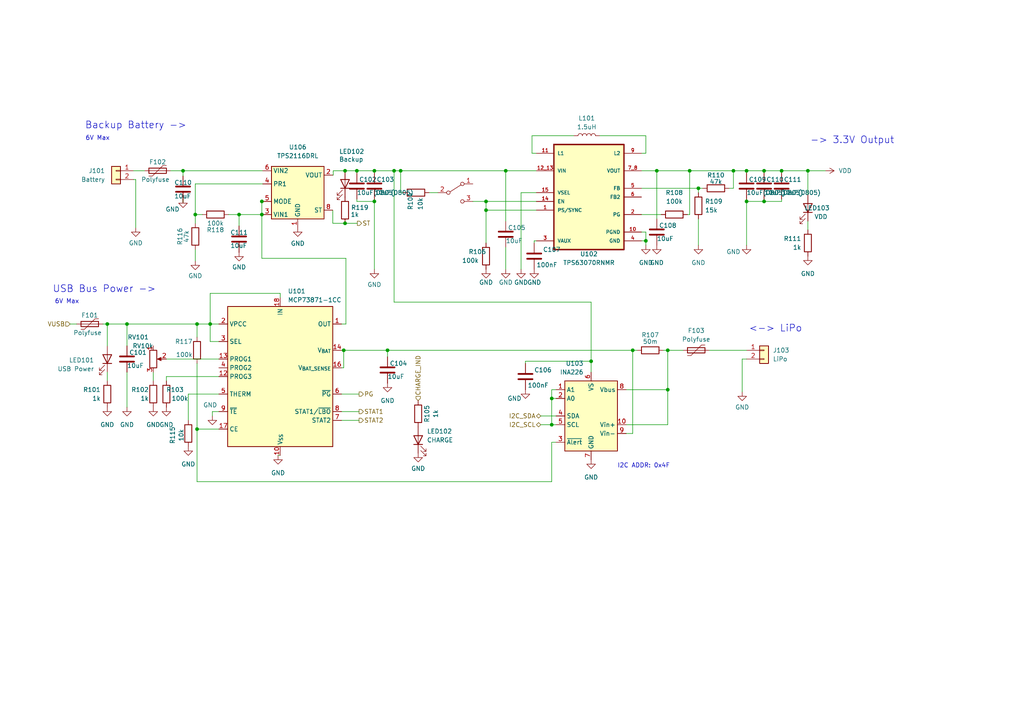
<source format=kicad_sch>
(kicad_sch (version 20231120) (generator "eeschema") (generator_version "8.0")
  (paper "A4")
  (lib_symbols
    (symbol "Battery_Management:MCP73871-1CC"
      (property "Reference" "U" (at -7.62 24.13 0))
      (property "Value" "MCP73871-1CC" (at -15.24 21.59 0))
      (symbol "MCP73871-1CC_0_1"
        (rectangle (start -15.24 20.32) (end 15.24 -20.32) (stroke (width 0.254)) (fill (type background)))
      )
      (symbol "MCP73871-1CC_1_1"
        (pin power_out line (at 17.78 15.24 180) (length 2.54) (name "OUT") (number "1"))
        (pin power_in line (at 0 -22.86 90) (length 2.54) (name "V_{SS}") (number "10"))
        (pin passive line (at 0 -22.86 90) (length 2.54) hide (name "V_{SS}") (number "11"))
        (pin bidirectional line (at -17.78 0 0) (length 2.54) (name "PROG3") (number "12"))
        (pin bidirectional line (at -17.78 5.08 0) (length 2.54) (name "PROG1") (number "13"))
        (pin power_out line (at 17.78 7.62 180) (length 2.54) (name "V_{BAT}") (number "14"))
        (pin passive line (at 17.78 7.62 180) (length 2.54) hide (name "V_{BAT}") (number "15"))
        (pin input line (at 17.78 2.54 180) (length 2.54) (name "V_{BAT_SENSE}") (number "16"))
        (pin input line (at -17.78 -15.24 0) (length 2.54) (name "CE") (number "17"))
        (pin power_in line (at 0 22.86 270) (length 2.54) (name "IN") (number "18"))
        (pin passive line (at 0 22.86 270) (length 2.54) hide (name "IN") (number "19"))
        (pin input line (at -17.78 15.24 0) (length 2.54) (name "VPCC") (number "2"))
        (pin passive line (at 17.78 15.24 180) (length 2.54) hide (name "OUT") (number "20"))
        (pin passive line (at 0 -22.86 90) (length 2.54) hide (name "V_{SS}") (number "21"))
        (pin input line (at -17.78 10.16 0) (length 2.54) (name "SEL") (number "3"))
        (pin input line (at -17.78 2.54 0) (length 2.54) (name "PROG2") (number "4"))
        (pin bidirectional line (at -17.78 -5.08 0) (length 2.54) (name "THERM") (number "5"))
        (pin open_collector line (at 17.78 -5.08 180) (length 2.54) (name "~{PG}") (number "6"))
        (pin open_collector line (at 17.78 -12.7 180) (length 2.54) (name "STAT2") (number "7"))
        (pin open_collector line (at 17.78 -10.16 180) (length 2.54) (name "STAT1/~{LBO}") (number "8"))
        (pin input line (at -17.78 -10.16 0) (length 2.54) (name "~{TE}") (number "9"))
      )
    )
    (symbol "Connector_Generic:Conn_01x02" (pin_names (offset 1.016) hide)
      (property "Reference" "J" (at 0 2.54 0))
      (property "Value" "Conn_01x02" (at 0 -5.08 0))
      (symbol "Conn_01x02_1_1"
        (rectangle (start -1.27 -2.413) (end 0 -2.667) (stroke (width 0.1524)))
        (rectangle (start -1.27 0.127) (end 0 -0.127) (stroke (width 0.1524)))
        (rectangle (start -1.27 1.27) (end 1.27 -3.81) (stroke (width 0.254)) (fill (type background)))
        (pin passive line (at -5.08 0 0) (length 3.81) (name "Pin_1") (number "1"))
        (pin passive line (at -5.08 -2.54 0) (length 3.81) (name "Pin_2") (number "2"))
      )
    )
    (symbol "Device:C" (pin_numbers hide) (pin_names (offset 0.254))
      (property "Reference" "C" (at 0.635 2.54 0))
      (property "Value" "C" (at 0.635 -2.54 0))
      (symbol "C_0_1"
        (polyline (pts (xy -2.032 -0.762) (xy 2.032 -0.762)) (stroke (width 0.508)))
        (polyline (pts (xy -2.032 0.762) (xy 2.032 0.762)) (stroke (width 0.508)))
      )
      (symbol "C_1_1"
        (pin passive line (at 0 3.81 270) (length 2.794) (name "~") (number "1"))
        (pin passive line (at 0 -3.81 90) (length 2.794) (name "~") (number "2"))
      )
    )
    (symbol "Device:L" (pin_numbers hide) (pin_names (offset 1.016) hide)
      (property "Reference" "L" (at -1.27 0 90))
      (property "Value" "L" (at 1.905 0 90))
      (symbol "L_0_1"
        (arc (start 0 -2.54) (mid 0.6323 -1.905) (end 0 -1.27))
        (arc (start 0 -1.27) (mid 0.6323 -0.635) (end 0 0))
        (arc (start 0 0) (mid 0.6323 0.635) (end 0 1.27))
        (arc (start 0 1.27) (mid 0.6323 1.905) (end 0 2.54))
      )
      (symbol "L_1_1"
        (pin passive line (at 0 3.81 270) (length 1.27) (name "1") (number "1"))
        (pin passive line (at 0 -3.81 90) (length 1.27) (name "2") (number "2"))
      )
    )
    (symbol "Device:LED" (pin_numbers hide) (pin_names (offset 1.016) hide)
      (property "Reference" "D" (at 0 2.54 0))
      (property "Value" "LED" (at 0 -2.54 0))
      (symbol "LED_0_1"
        (polyline (pts (xy -1.27 -1.27) (xy -1.27 1.27)) (stroke (width 0.254)))
        (polyline (pts (xy -1.27 0) (xy 1.27 0)))
        (polyline (pts (xy 1.27 -1.27) (xy 1.27 1.27) (xy -1.27 0) (xy 1.27 -1.27)) (stroke (width 0.254)))
        (polyline (pts (xy -3.048 -0.762) (xy -4.572 -2.286) (xy -3.81 -2.286) (xy -4.572 -2.286) (xy -4.572 -1.524)))
        (polyline (pts (xy -1.778 -0.762) (xy -3.302 -2.286) (xy -2.54 -2.286) (xy -3.302 -2.286) (xy -3.302 -1.524)))
      )
      (symbol "LED_1_1"
        (pin passive line (at -3.81 0 0) (length 2.54) (name "K") (number "1"))
        (pin passive line (at 3.81 0 180) (length 2.54) (name "A") (number "2"))
      )
    )
    (symbol "Device:Polyfuse" (pin_numbers hide) (pin_names (offset 0))
      (property "Reference" "F" (at -2.54 0 90))
      (property "Value" "Polyfuse" (at 2.54 0 90))
      (symbol "Polyfuse_0_1"
        (rectangle (start -0.762 2.54) (end 0.762 -2.54) (stroke (width 0.254)))
        (polyline (pts (xy 0 2.54) (xy 0 -2.54)))
        (polyline (pts (xy -1.524 2.54) (xy -1.524 1.524) (xy 1.524 -1.524) (xy 1.524 -2.54)))
      )
      (symbol "Polyfuse_1_1"
        (pin passive line (at 0 3.81 270) (length 1.27) (name "~") (number "1"))
        (pin passive line (at 0 -3.81 90) (length 1.27) (name "~") (number "2"))
      )
    )
    (symbol "Device:R" (pin_numbers hide) (pin_names (offset 0))
      (property "Reference" "R" (at 2.032 0 90))
      (property "Value" "R" (at 0 0 90))
      (symbol "R_0_1"
        (rectangle (start -1.016 -2.54) (end 1.016 2.54) (stroke (width 0.254)))
      )
      (symbol "R_1_1"
        (pin passive line (at 0 3.81 270) (length 1.27) (name "~") (number "1"))
        (pin passive line (at 0 -3.81 90) (length 1.27) (name "~") (number "2"))
      )
    )
    (symbol "Device:R_Potentiometer" (pin_names (offset 1.016) hide)
      (property "Reference" "RV" (at -4.445 0 90))
      (property "Value" "R_Potentiometer" (at -2.54 0 90))
      (symbol "R_Potentiometer_0_1"
        (polyline (pts (xy 2.54 0) (xy 1.524 0)))
        (polyline (pts (xy 1.143 0) (xy 2.286 0.508) (xy 2.286 -0.508) (xy 1.143 0)) (fill (type outline)))
        (rectangle (start 1.016 2.54) (end -1.016 -2.54) (stroke (width 0.254)))
      )
      (symbol "R_Potentiometer_1_1"
        (pin passive line (at 0 3.81 270) (length 1.27) (name "1") (number "1"))
        (pin passive line (at 3.81 0 180) (length 1.27) (name "2") (number "2"))
        (pin passive line (at 0 -3.81 90) (length 1.27) (name "3") (number "3"))
      )
    )
    (symbol "GND_1" (power) (pin_numbers hide) (pin_names (offset 0) hide)
      (property "Value" "GND" (at 0 -3.81 0))
      (symbol "GND_1_0_1"
        (polyline (pts (xy 0 0) (xy 0 -1.27) (xy 1.27 -1.27) (xy 0 -2.54) (xy -1.27 -1.27) (xy 0 -1.27)))
      )
      (symbol "GND_1_1_1"
        (pin power_in line (at 0 0 270) (length 0) (name "~") (number "1"))
      )
    )
    (symbol "GND_2" (power) (pin_numbers hide) (pin_names (offset 0) hide)
      (property "Value" "GND" (at 0 -3.81 0))
      (symbol "GND_2_0_1"
        (polyline (pts (xy 0 0) (xy 0 -1.27) (xy 1.27 -1.27) (xy 0 -2.54) (xy -1.27 -1.27) (xy 0 -1.27)))
      )
      (symbol "GND_2_1_1"
        (pin power_in line (at 0 0 270) (length 0) (name "~") (number "1"))
      )
    )
    (symbol "Power_Management:TPS2116DRL"
      (property "Reference" "U306" (at 0 13.208 0))
      (property "Value" "TPS2116DRL" (at 0 10.668 0))
      (symbol "TPS2116DRL_0_1"
        (rectangle (start -7.62 7.62) (end 7.62 -7.62) (stroke (width 0.254)) (fill (type background)))
      )
      (symbol "TPS2116DRL_1_0"
        (pin power_out line (at 10.16 5.08 180) (length 2.54) hide (name "VOUT") (number "7"))
      )
      (symbol "TPS2116DRL_1_1"
        (pin power_in line (at 0 -10.16 90) (length 2.54) (name "GND") (number "1"))
        (pin power_out line (at 10.16 5.08 180) (length 2.54) (name "VOUT") (number "2"))
        (pin power_in line (at -10.16 -6.35 0) (length 2.54) (name "VIN1") (number "3"))
        (pin input line (at -10.16 2.54 0) (length 2.54) (name "PR1") (number "4"))
        (pin input line (at -10.16 -2.54 0) (length 2.54) (name "MODE") (number "5"))
        (pin power_in line (at -10.16 6.35 0) (length 2.54) (name "VIN2") (number "6"))
        (pin open_collector line (at 10.16 -5.08 180) (length 2.54) (name "ST") (number "8"))
      )
    )
    (symbol "Sensor_Energy:INA226"
      (property "Reference" "U" (at -6.35 11.43 0))
      (property "Value" "INA226" (at 3.81 11.43 0))
      (symbol "INA226_0_1"
        (rectangle (start 7.62 10.16) (end -7.62 -10.16) (stroke (width 0.254)) (fill (type background)))
      )
      (symbol "INA226_1_1"
        (pin input line (at 10.16 7.62 180) (length 2.54) (name "A1") (number "1"))
        (pin input line (at -10.16 -2.54 0) (length 2.54) (name "Vin+") (number "10"))
        (pin input line (at 10.16 5.08 180) (length 2.54) (name "A0") (number "2"))
        (pin open_collector line (at 10.16 -7.62 180) (length 2.54) (name "~{Alert}") (number "3"))
        (pin bidirectional line (at 10.16 0 180) (length 2.54) (name "SDA") (number "4"))
        (pin input line (at 10.16 -2.54 180) (length 2.54) (name "SCL") (number "5"))
        (pin power_in line (at 0 12.7 270) (length 2.54) (name "VS") (number "6"))
        (pin power_in line (at 0 -12.7 90) (length 2.54) (name "GND") (number "7"))
        (pin input line (at -10.16 7.62 0) (length 2.54) (name "Vbus") (number "8"))
        (pin input line (at -10.16 -5.08 0) (length 2.54) (name "Vin-") (number "9"))
      )
    )
    (symbol "Switch:SW_SPDT" (pin_names (offset 0) hide)
      (property "Reference" "SW" (at 0 4.318 0))
      (property "Value" "SW_SPDT" (at 0 -5.08 0))
      (symbol "SW_SPDT_0_0"
        (circle (center -2.032 0) (radius 0.508))
        (circle (center 2.032 -2.54) (radius 0.508))
      )
      (symbol "SW_SPDT_0_1"
        (polyline (pts (xy -1.524 0.254) (xy 1.651 2.286)))
        (circle (center 2.032 2.54) (radius 0.508))
      )
      (symbol "SW_SPDT_1_1"
        (pin passive line (at 5.08 2.54 180) (length 2.54) (name "A") (number "1"))
        (pin passive line (at -5.08 0 0) (length 2.54) (name "B") (number "2"))
        (pin passive line (at 5.08 -2.54 180) (length 2.54) (name "C") (number "3"))
      )
    )
    (symbol "WOBCLibrary:TPS63070RNMR" (pin_names (offset 1.016))
      (property "Reference" "U" (at -12.7 29.21 0))
      (property "Value" "TPS63070RNMR" (at -12.7 -19.24 0))
      (symbol "TPS63070RNMR_0_0"
        (rectangle (start -10.16 15.24) (end 10.16 -15.24) (stroke (width 0.41)) (fill (type background)))
        (pin input line (at -15.24 -3.81 0) (length 5.08) (name "PS/SYNC") (number "1"))
        (pin power_in line (at 15.24 -10.16 180) (length 5.08) (name "PGND") (number "10"))
        (pin bidirectional line (at -15.24 12.7 0) (length 5.08) (name "L1") (number "11"))
        (pin input line (at -15.24 7.62 0) (length 5.08) (name "VIN") (number "12_13"))
        (pin input line (at -15.24 -1.27 0) (length 5.08) (name "EN") (number "14"))
        (pin input line (at -15.24 1.27 0) (length 5.08) (name "VSEL") (number "15"))
        (pin output line (at 15.24 -5.08 180) (length 5.08) (name "PG") (number "2"))
        (pin output line (at -15.24 -12.7 0) (length 5.08) (name "VAUX") (number "3"))
        (pin power_in line (at 15.24 -12.7 180) (length 5.08) (name "GND") (number "4"))
        (pin input line (at 15.24 2.54 180) (length 5.08) (name "FB") (number "5"))
        (pin output line (at 15.24 0 180) (length 5.08) (name "FB2") (number "6"))
        (pin output line (at 15.24 7.62 180) (length 5.08) (name "VOUT") (number "7_8"))
        (pin bidirectional line (at 15.24 12.7 180) (length 5.08) (name "L2") (number "9"))
      )
    )
    (symbol "power:GND" (power) (pin_names (offset 0))
      (property "Value" "GND" (at 0 -3.81 0))
      (symbol "GND_0_1"
        (polyline (pts (xy 0 0) (xy 0 -1.27) (xy 1.27 -1.27) (xy 0 -2.54) (xy -1.27 -1.27) (xy 0 -1.27)))
      )
      (symbol "GND_1_1"
        (pin power_in line (at 0 0 270) (length 0) hide (name "GND") (number "1"))
      )
    )
    (symbol "power:VDD" (power) (pin_names (offset 0))
      (property "Value" "VDD" (at 0 3.81 0))
      (symbol "VDD_0_1"
        (polyline (pts (xy -0.762 1.27) (xy 0 2.54)))
        (polyline (pts (xy 0 0) (xy 0 2.54)))
        (polyline (pts (xy 0 2.54) (xy 0.762 1.27)))
      )
      (symbol "VDD_1_1"
        (pin power_in line (at 0 0 90) (length 0) hide (name "VDD") (number "1"))
      )
    )
  )
  (junction (at 69.342 62.23))
  (junction (at 100.076 49.53))
  (junction (at 200.025 49.53))
  (junction (at 75.946 58.42))
  (junction (at 57.15 93.98))
  (junction (at 57.15 124.46))
  (junction (at 216.535 58.42))
  (junction (at 114.3 49.53))
  (junction (at 140.97 60.96))
  (junction (at 212.725 49.53))
  (junction (at 187.325 69.85))
  (junction (at 202.565 54.61))
  (junction (at 221.615 58.42))
  (junction (at 103.505 49.53))
  (junction (at 31.115 93.98))
  (junction (at 146.685 49.53))
  (junction (at 160.02 123.19))
  (junction (at 216.535 49.53))
  (junction (at 183.515 101.6))
  (junction (at 108.585 58.42))
  (junction (at 221.615 49.53))
  (junction (at 36.83 93.98))
  (junction (at 99.695 101.6))
  (junction (at 56.642 62.23))
  (junction (at 160.02 115.57))
  (junction (at 171.45 104.775))
  (junction (at 75.946 62.23))
  (junction (at 60.96 93.98))
  (junction (at 193.675 113.03))
  (junction (at 108.585 49.53))
  (junction (at 234.315 49.53))
  (junction (at 226.695 49.53))
  (junction (at 190.5 49.53))
  (junction (at 140.97 58.42))
  (junction (at 116.205 49.53))
  (junction (at 53.086 49.53))
  (junction (at 100.076 64.77))
  (junction (at 193.675 101.6))
  (junction (at 112.395 101.6))
  (wire (pts (xy 116.205 55.88) (xy 116.205 49.53)))
  (wire (pts (xy 215.265 104.14) (xy 216.535 104.14)))
  (wire (pts (xy 202.565 54.61) (xy 203.835 54.61)))
  (wire (pts (xy 48.26 104.14) (xy 63.5 104.14)))
  (wire (pts (xy 53.086 58.674) (xy 53.086 57.658)))
  (wire (pts (xy 75.946 74.93) (xy 100.33 74.93)))
  (wire (pts (xy 99.06 119.38) (xy 104.14 119.38)))
  (wire (pts (xy 215.265 113.665) (xy 215.265 104.14)))
  (wire (pts (xy 146.685 49.53) (xy 155.575 49.53)))
  (wire (pts (xy 103.505 49.53) (xy 103.505 50.165)))
  (wire (pts (xy 112.395 101.6) (xy 183.515 101.6)))
  (wire (pts (xy 100.076 49.53) (xy 103.505 49.53)))
  (wire (pts (xy 75.946 58.42) (xy 75.946 62.23)))
  (wire (pts (xy 221.615 57.785) (xy 221.615 58.42)))
  (wire (pts (xy 221.615 49.53) (xy 226.695 49.53)))
  (wire (pts (xy 160.02 115.57) (xy 160.02 113.03)))
  (wire (pts (xy 205.74 101.6) (xy 216.535 101.6)))
  (wire (pts (xy 202.565 55.88) (xy 202.565 54.61)))
  (wire (pts (xy 191.77 62.23) (xy 186.055 62.23)))
  (wire (pts (xy 154.305 44.45) (xy 155.575 44.45)))
  (wire (pts (xy 187.325 39.37) (xy 187.325 44.45)))
  (wire (pts (xy 100.33 74.93) (xy 100.33 93.98)))
  (wire (pts (xy 48.26 110.49) (xy 48.26 109.22)))
  (wire (pts (xy 96.52 64.77) (xy 96.52 60.96)))
  (wire (pts (xy 140.97 60.96) (xy 140.97 70.485)))
  (wire (pts (xy 20.32 93.98) (xy 22.225 93.98)))
  (wire (pts (xy 36.83 107.95) (xy 36.83 118.11)))
  (wire (pts (xy 57.15 124.46) (xy 57.15 139.7)))
  (wire (pts (xy 38.735 52.07) (xy 39.37 52.07)))
  (wire (pts (xy 100.076 64.77) (xy 96.52 64.77)))
  (wire (pts (xy 192.405 101.6) (xy 193.675 101.6)))
  (wire (pts (xy 56.642 62.23) (xy 56.642 64.77)))
  (wire (pts (xy 187.325 69.85) (xy 186.055 69.85)))
  (wire (pts (xy 96.647 49.53) (xy 100.076 49.53)))
  (wire (pts (xy 221.615 58.42) (xy 216.535 58.42)))
  (wire (pts (xy 54.61 114.3) (xy 54.61 121.92)))
  (wire (pts (xy 226.695 49.53) (xy 234.315 49.53)))
  (wire (pts (xy 114.3 49.53) (xy 116.205 49.53)))
  (wire (pts (xy 99.695 101.6) (xy 99.06 101.6)))
  (wire (pts (xy 99.695 106.68) (xy 99.695 101.6)))
  (wire (pts (xy 171.45 87.63) (xy 114.3 87.63)))
  (wire (pts (xy 63.5 114.3) (xy 54.61 114.3)))
  (wire (pts (xy 193.675 113.03) (xy 193.675 101.6)))
  (wire (pts (xy 49.53 49.53) (xy 53.086 49.53)))
  (wire (pts (xy 53.086 49.53) (xy 76.2 49.53)))
  (wire (pts (xy 152.4 104.775) (xy 171.45 104.775)))
  (wire (pts (xy 114.3 87.63) (xy 114.3 49.53)))
  (wire (pts (xy 160.02 128.27) (xy 161.29 128.27)))
  (wire (pts (xy 103.505 58.42) (xy 108.585 58.42)))
  (wire (pts (xy 226.695 58.42) (xy 221.615 58.42)))
  (wire (pts (xy 202.565 63.5) (xy 202.565 71.12)))
  (wire (pts (xy 156.845 120.65) (xy 161.29 120.65)))
  (wire (pts (xy 75.946 62.23) (xy 75.946 74.93)))
  (wire (pts (xy 186.055 49.53) (xy 190.5 49.53)))
  (wire (pts (xy 116.205 49.53) (xy 146.685 49.53)))
  (wire (pts (xy 181.61 125.73) (xy 183.515 125.73)))
  (wire (pts (xy 108.585 58.42) (xy 108.585 78.105)))
  (wire (pts (xy 212.725 49.53) (xy 216.535 49.53)))
  (wire (pts (xy 53.086 49.53) (xy 53.086 51.054)))
  (wire (pts (xy 124.46 55.88) (xy 127 55.88)))
  (wire (pts (xy 76.2 58.42) (xy 75.946 58.42)))
  (wire (pts (xy 56.642 53.34) (xy 76.2 53.34)))
  (wire (pts (xy 31.115 110.49) (xy 31.115 107.95)))
  (wire (pts (xy 154.94 70.485) (xy 154.94 69.85)))
  (wire (pts (xy 69.342 62.23) (xy 69.342 65.532)))
  (wire (pts (xy 103.505 57.785) (xy 103.505 58.42)))
  (wire (pts (xy 183.515 101.6) (xy 184.785 101.6)))
  (wire (pts (xy 108.585 57.785) (xy 108.585 58.42)))
  (wire (pts (xy 56.642 72.39) (xy 56.642 75.692)))
  (wire (pts (xy 160.02 115.57) (xy 160.02 123.19)))
  (wire (pts (xy 96.647 50.8) (xy 96.52 50.8)))
  (wire (pts (xy 156.845 123.19) (xy 160.02 123.19)))
  (wire (pts (xy 29.845 93.98) (xy 31.115 93.98)))
  (wire (pts (xy 226.695 49.53) (xy 226.695 50.165)))
  (wire (pts (xy 154.305 39.37) (xy 154.305 44.45)))
  (wire (pts (xy 161.29 115.57) (xy 160.02 115.57)))
  (wire (pts (xy 234.315 49.53) (xy 239.395 49.53)))
  (wire (pts (xy 140.97 58.42) (xy 155.575 58.42)))
  (wire (pts (xy 187.325 44.45) (xy 186.055 44.45)))
  (wire (pts (xy 226.695 57.785) (xy 226.695 58.42)))
  (wire (pts (xy 183.515 101.6) (xy 183.515 125.73)))
  (wire (pts (xy 160.02 139.7) (xy 160.02 128.27)))
  (wire (pts (xy 57.15 93.98) (xy 60.96 93.98)))
  (wire (pts (xy 96.647 49.53) (xy 96.647 50.8)))
  (wire (pts (xy 60.96 93.98) (xy 63.5 93.98)))
  (wire (pts (xy 200.025 49.53) (xy 212.725 49.53)))
  (wire (pts (xy 155.575 55.88) (xy 151.13 55.88)))
  (wire (pts (xy 108.585 49.53) (xy 108.585 50.165)))
  (wire (pts (xy 60.96 99.06) (xy 60.96 93.98)))
  (wire (pts (xy 181.61 113.03) (xy 193.675 113.03)))
  (wire (pts (xy 61.595 120.65) (xy 61.595 119.38)))
  (wire (pts (xy 56.642 53.34) (xy 56.642 62.23)))
  (wire (pts (xy 112.395 103.505) (xy 112.395 101.6)))
  (wire (pts (xy 104.14 121.92) (xy 99.06 121.92)))
  (wire (pts (xy 216.535 58.42) (xy 216.535 57.785)))
  (wire (pts (xy 193.675 101.6) (xy 198.12 101.6)))
  (wire (pts (xy 103.632 64.77) (xy 100.076 64.77)))
  (wire (pts (xy 152.4 105.41) (xy 152.4 104.775)))
  (wire (pts (xy 199.39 62.23) (xy 200.025 62.23)))
  (wire (pts (xy 187.325 69.85) (xy 187.325 71.12)))
  (wire (pts (xy 186.055 54.61) (xy 202.565 54.61)))
  (wire (pts (xy 211.455 54.61) (xy 212.725 54.61)))
  (wire (pts (xy 99.06 106.68) (xy 99.695 106.68)))
  (wire (pts (xy 155.575 60.96) (xy 140.97 60.96)))
  (wire (pts (xy 103.505 49.53) (xy 108.585 49.53)))
  (wire (pts (xy 63.5 99.06) (xy 60.96 99.06)))
  (wire (pts (xy 190.5 49.53) (xy 200.025 49.53)))
  (wire (pts (xy 36.83 93.98) (xy 36.83 100.33)))
  (wire (pts (xy 39.37 52.07) (xy 39.37 66.04)))
  (wire (pts (xy 160.02 123.19) (xy 161.29 123.19)))
  (wire (pts (xy 56.642 62.23) (xy 58.674 62.23)))
  (wire (pts (xy 66.294 62.23) (xy 69.342 62.23)))
  (wire (pts (xy 190.5 49.53) (xy 190.5 63.5)))
  (wire (pts (xy 69.342 62.23) (xy 75.946 62.23)))
  (wire (pts (xy 187.325 67.31) (xy 187.325 69.85)))
  (wire (pts (xy 75.946 58.166) (xy 75.946 58.42)))
  (wire (pts (xy 146.685 64.135) (xy 146.685 49.53)))
  (wire (pts (xy 75.946 62.23) (xy 76.2 62.23)))
  (wire (pts (xy 116.84 55.88) (xy 116.205 55.88)))
  (wire (pts (xy 140.97 58.42) (xy 140.97 60.96)))
  (wire (pts (xy 212.725 54.61) (xy 212.725 49.53)))
  (wire (pts (xy 200.025 62.23) (xy 200.025 49.53)))
  (wire (pts (xy 99.06 114.3) (xy 104.14 114.3)))
  (wire (pts (xy 146.685 71.755) (xy 146.685 78.105)))
  (wire (pts (xy 137.16 58.42) (xy 140.97 58.42)))
  (wire (pts (xy 160.02 113.03) (xy 161.29 113.03)))
  (wire (pts (xy 151.13 55.88) (xy 151.13 78.105)))
  (wire (pts (xy 181.61 123.19) (xy 193.675 123.19)))
  (wire (pts (xy 60.96 85.09) (xy 60.96 93.98)))
  (wire (pts (xy 108.585 49.53) (xy 114.3 49.53)))
  (wire (pts (xy 48.26 109.22) (xy 63.5 109.22)))
  (wire (pts (xy 154.94 69.85) (xy 155.575 69.85)))
  (wire (pts (xy 186.055 67.31) (xy 187.325 67.31)))
  (wire (pts (xy 38.735 49.53) (xy 41.91 49.53)))
  (wire (pts (xy 81.28 85.09) (xy 60.96 85.09)))
  (wire (pts (xy 99.06 93.98) (xy 100.33 93.98)))
  (wire (pts (xy 81.28 86.36) (xy 81.28 85.09)))
  (wire (pts (xy 216.535 49.53) (xy 216.535 50.165)))
  (wire (pts (xy 36.83 93.98) (xy 57.15 93.98)))
  (wire (pts (xy 57.15 139.7) (xy 160.02 139.7)))
  (wire (pts (xy 31.115 93.98) (xy 36.83 93.98)))
  (wire (pts (xy 44.45 110.49) (xy 44.45 107.95)))
  (wire (pts (xy 234.315 66.675) (xy 234.315 64.135)))
  (wire (pts (xy 234.315 49.53) (xy 234.315 56.515)))
  (wire (pts (xy 166.37 39.37) (xy 154.305 39.37)))
  (wire (pts (xy 81.28 132.08) (xy 80.645 132.08)))
  (wire (pts (xy 57.15 105.41) (xy 57.15 124.46)))
  (wire (pts (xy 99.695 101.6) (xy 112.395 101.6)))
  (wire (pts (xy 216.535 58.42) (xy 216.535 71.12)))
  (wire (pts (xy 31.115 93.98) (xy 31.115 100.33)))
  (wire (pts (xy 221.615 49.53) (xy 221.615 50.165)))
  (wire (pts (xy 173.99 39.37) (xy 187.325 39.37)))
  (wire (pts (xy 63.5 124.46) (xy 57.15 124.46)))
  (wire (pts (xy 57.15 93.98) (xy 57.15 97.79)))
  (wire (pts (xy 171.45 104.775) (xy 171.45 107.95)))
  (wire (pts (xy 216.535 49.53) (xy 221.615 49.53)))
  (wire (pts (xy 193.675 123.19) (xy 193.675 113.03)))
  (wire (pts (xy 61.595 119.38) (xy 63.5 119.38)))
  (wire (pts (xy 171.45 87.63) (xy 171.45 104.775)))
  (text "-> 3.3V Output" (at 234.95 41.91 0) (effects (font (size 2 2)) (justify left bottom)))
  (text "<-> LiPo" (at 217.17 96.52 0) (effects (font (size 2 2)) (justify left bottom)))
  (text "USB Bus Power ->" (at 15.24 85.09 0) (effects (font (size 2 2)) (justify left bottom)))
  (text "6V Max" (at 15.875 88.265 0) (effects (font (size 1.27 1.27)) (justify left bottom)))
  (text "6V Max" (at 24.765 40.894 0) (effects (font (size 1.27 1.27)) (justify left bottom)))
  (text "Backup Battery ->" (at 24.638 37.592 0) (effects (font (size 2 2)) (justify left bottom)))
  (text "I2C ADDR: 0x4F" (at 179.07 135.89 0) (effects (font (size 1.27 1.27)) (justify left bottom)))
  (hierarchical_label "STAT1" (shape output) (at 104.14 119.38 0))
  (hierarchical_label "STAT2" (shape output) (at 104.14 121.92 0))
  (hierarchical_label "I2C_SCL" (shape bidirectional) (at 156.845 123.19 180))
  (hierarchical_label "PG" (shape output) (at 104.14 114.3 0))
  (hierarchical_label "ST" (shape output) (at 103.632 64.77 0))
  (hierarchical_label "CHARGE_IND" (shape input) (at 121.285 116.205 90))
  (hierarchical_label "I2C_SDA" (shape bidirectional) (at 156.845 120.65 180))
  (hierarchical_label "VUSB" (shape input) (at 20.32 93.98 180))
  (symbol (lib_id "power:GND") (at 112.395 111.125 0) (unit 1)
    (property "Reference" "#PWR0109" (effects (hide yes)))
    (property "Value" "GND" (at 112.395 116.205 0))
  )
  (symbol (lib_id "power:GND") (at 80.645 132.08 0) (unit 1)
    (property "Reference" "#PWR0107" (effects (hide yes)))
    (property "Value" "GND" (at 80.645 137.16 0))
  )
  (symbol (lib_id "Device:C") (at 36.83 104.14 0) (unit 1)
    (property "Reference" "C101" (at 37.465 102.235 0) (effects (justify left)))
    (property "Value" "10uF" (at 36.83 106.045 0) (effects (justify left)))
    (property "Footprint" "Capacitor_SMD:C_0603_1608Metric" (effects (hide yes)))
    (property "Description" "Unpolarized capacitor" (effects (hide yes)))
    (property "LCSC" "C96446" (effects (hide yes)))
  )
  (symbol (lib_id "Device:C") (at 221.615 53.975 0) (unit 1)
    (property "Reference" "C110" (at 222.25 52.07 0) (effects (justify left)))
    (property "Value" "10uF(0805)" (at 221.615 55.88 0) (effects (justify left)))
    (property "Footprint" "Capacitor_SMD:C_0805_2012Metric" (effects (hide yes)))
    (property "Description" "Unpolarized capacitor" (effects (hide yes)))
    (property "LCSC" "C15850" (effects (hide yes)))
  )
  (symbol (lib_id "Device:Polyfuse") (at 45.72 49.53 90) (unit 1)
    (property "Reference" "F102" (at 45.72 46.99 90))
    (property "Value" "Polyfuse" (at 45.085 52.07 90))
    (property "Footprint" "Fuse:Fuse_1206_3216Metric" (effects (hide yes)))
    (property "Description" "Resettable fuse, polymeric positive temperature coefficient" (effects (hide yes)))
    (property "LCSC" " C883133" (effects (hide yes)))
  )
  (symbol (lib_id "Device:LED") (at 234.315 60.325 270) (mirror x) (unit 1)
    (property "Reference" "LED103" (at 240.665 60.325 90) (effects (justify right)))
    (property "Value" "VDD" (at 240.03 62.865 90) (effects (justify right)))
    (property "Footprint" "LED_SMD:LED_0805_2012Metric" (effects (hide yes)))
    (property "Description" "Light emitting diode" (effects (hide yes)))
    (property "LCSC" "C2297" (effects (hide yes)))
  )
  (symbol (lib_id "Device:R") (at 62.484 62.23 270) (unit 1)
    (property "Reference" "R118" (at 62.484 66.675 90))
    (property "Value" "100k" (at 62.484 64.77 90))
    (property "Footprint" "Resistor_SMD:R_0402_1005Metric" (effects (hide yes)))
    (property "LCSC" "C25741" (effects (hide yes)))
    (instances (project "GS" (path "" (reference "R118") (unit 1))) (project "GS" (path "" (reference "R607") (unit 1))))
  )
  (symbol (lib_id "Device:R") (at 31.115 114.3 0) (mirror y) (unit 1)
    (property "Reference" "R101" (at 29.21 113.03 0) (effects (justify left)))
    (property "Value" "1k" (at 29.21 115.57 0) (effects (justify left)))
    (property "Footprint" "Resistor_SMD:R_0402_1005Metric" (effects (hide yes)))
    (property "Description" "Resistor" (effects (hide yes)))
    (property "LCSC" "C11702" (effects (hide yes)))
  )
  (symbol (lib_id "Device:C") (at 103.505 53.975 0) (unit 1)
    (property "Reference" "C102" (at 104.14 52.07 0) (effects (justify left)))
    (property "Value" "10uF(0805)" (at 103.505 55.88 0) (effects (justify left)))
    (property "Footprint" "Capacitor_SMD:C_0805_2012Metric" (effects (hide yes)))
    (property "Description" "Unpolarized capacitor" (effects (hide yes)))
    (property "LCSC" "C15850" (effects (hide yes)))
  )
  (symbol (lib_id "power:GND") (at 39.37 66.04 0) (unit 1)
    (property "Reference" "#PWR0102" (effects (hide yes)))
    (property "Value" "GND" (at 39.37 70.485 0))
  )
  (symbol (lib_id "Device:C") (at 216.535 53.975 0) (unit 1)
    (property "Reference" "C109" (at 217.17 52.07 0) (effects (justify left)))
    (property "Value" "10uF(0805)" (at 216.535 55.88 0) (effects (justify left)))
    (property "Footprint" "Capacitor_SMD:C_0805_2012Metric" (effects (hide yes)))
    (property "Description" "Unpolarized capacitor" (effects (hide yes)))
    (property "LCSC" "C15850" (effects (hide yes)))
  )
  (symbol (lib_id "Device:L") (at 170.18 39.37 90) (unit 1)
    (property "Reference" "L101" (at 170.18 34.29 90))
    (property "Value" "1.5uH" (at 170.18 36.83 90))
    (property "Footprint" "Inductor_SMD:L_Wuerth_WE-TPC-3816" (effects (hide yes)))
    (property "Description" "Inductor" (effects (hide yes)))
    (property "LCSC" "C3033018" (effects (hide yes)))
  )
  (symbol (lib_id "Connector_Generic:Conn_01x02") (at 221.615 101.6 0) (unit 1)
    (property "Reference" "J103" (at 224.155 101.6 0) (effects (justify left)))
    (property "Value" "LiPo" (at 224.155 104.14 0) (effects (justify left)))
    (property "Footprint" "Connector_JST:JST_PH_B2B-PH-K_1x02_P2.00mm_Vertical" (effects (hide yes)))
    (property "Description" "Generic connector, single row, 01x02, script generated (kicad-library-utils/schlib/autogen/connector/)" (effects (hide yes)))
  )
  (symbol (lib_id "Power_Management:TPS2116DRL") (at 86.36 55.88 0) (unit 1)
    (property "Reference" "U106" (at 86.36 42.672 0))
    (property "Value" "TPS2116DRL" (at 86.36 45.212 0))
    (property "Footprint" "Package_TO_SOT_SMD:SOT-583-8" (effects (hide yes)))
    (property "Datasheet" "https://www.ti.com/lit/ds/symlink/tps2116.pdf" (effects (hide yes)))
    (property "Description" "2 Channnels Power Mux with Manual and Priority Switchover, 1.6-5.5V Input Voltage, 2.5A Output Current, Ron 40 mOhm, SOT-583-8" (effects (hide yes)))
    (property "LCSC" "C3235557" (effects (hide yes)))
    (instances (project "GS" (path "" (reference "U106") (unit 1))) (project "GS" (path "" (reference "U602") (unit 1))))
  )
  (symbol (lib_id "power:GND") (at 187.325 71.12 0) (unit 1)
    (property "Reference" "#PWR0117" (effects (hide yes)))
    (property "Value" "GND" (at 187.325 76.2 0))
  )
  (symbol (lib_id "power:GND") (at 171.45 133.35 0) (unit 1)
    (property "Reference" "#PWR0116" (effects (hide yes)))
    (property "Value" "GND" (at 171.45 138.43 0))
  )
  (symbol (lib_id "power:GND") (at 152.4 113.03 0) (unit 1)
    (property "Reference" "#PWR0114" (effects (hide yes)))
    (property "Value" "GND" (at 149.225 115.57 0))
  )
  (symbol (lib_id "power:GND") (at 215.265 113.665 0) (unit 1)
    (property "Reference" "#PWR0120" (effects (hide yes)))
    (property "Value" "GND" (at 215.265 118.11 0))
  )
  (symbol (lib_id "Device:R") (at 54.61 125.73 180) (unit 1)
    (property "Reference" "R115" (at 50.038 126.238 90))
    (property "Value" "10k" (at 52.578 126.238 90))
    (property "Footprint" "Resistor_SMD:R_0402_1005Metric" (effects (hide yes)))
    (property "Description" "Resistor" (effects (hide yes)))
    (property "LCSC" "C25744" (effects (hide yes)))
    (instances (project "GS" (path "" (reference "R115") (unit 1))) (project "GS" (path "" (reference "R604") (unit 1))))
  )
  (symbol (lib_id "Device:C") (at 190.5 67.31 0) (unit 1)
    (property "Reference" "C108" (at 191.135 65.405 0) (effects (justify left)))
    (property "Value" "10uF" (at 190.5 69.215 0) (effects (justify left)))
    (property "Footprint" "Capacitor_SMD:C_0603_1608Metric" (effects (hide yes)))
    (property "Description" "Unpolarized capacitor" (effects (hide yes)))
    (property "LCSC" "C96446" (effects (hide yes)))
  )
  (symbol (lib_id "Device:C") (at 226.695 53.975 0) (unit 1)
    (property "Reference" "C111" (at 227.33 52.07 0) (effects (justify left)))
    (property "Value" "10uF(0805)" (at 226.695 55.88 0) (effects (justify left)))
    (property "Footprint" "Capacitor_SMD:C_0805_2012Metric" (effects (hide yes)))
    (property "Description" "Unpolarized capacitor" (effects (hide yes)))
    (property "LCSC" "C15850" (effects (hide yes)))
  )
  (symbol (lib_name "GND_1") (lib_id "power:GND") (at 69.342 73.152 0) (unit 1)
    (property "Reference" "#PWR0145" (effects (hide yes)))
    (property "Value" "GND" (at 69.342 77.47 0))
    (property "Description" "Power symbol creates a global label with name \"GND\" , ground" (effects (hide yes)))
    (instances (project "GS" (path "" (reference "#PWR0145") (unit 1))) (project "GS" (path "" (reference "#PWR0610") (unit 1))))
  )
  (symbol (lib_id "power:GND") (at 108.585 78.105 0) (unit 1)
    (property "Reference" "#PWR0108" (effects (hide yes)))
    (property "Value" "GND" (at 108.585 82.55 0))
  )
  (symbol (lib_id "Device:R") (at 207.645 54.61 90) (unit 1)
    (property "Reference" "R110" (at 207.645 50.8 90))
    (property "Value" "47k" (at 207.645 52.705 90))
    (property "Footprint" "Resistor_SMD:R_0402_1005Metric" (effects (hide yes)))
    (property "Description" "Resistor" (effects (hide yes)))
    (property "LCSC" "C25792" (effects (hide yes)))
  )
  (symbol (lib_id "Device:C") (at 154.94 74.295 0) (unit 1)
    (property "Reference" "C107" (at 157.48 72.39 0) (effects (justify left)))
    (property "Value" "100nF" (at 155.575 76.835 0) (effects (justify left)))
    (property "Footprint" "Capacitor_SMD:C_0402_1005Metric" (effects (hide yes)))
    (property "Description" "Unpolarized capacitor" (effects (hide yes)))
    (property "LCSC" "C1525" (effects (hide yes)))
  )
  (symbol (lib_id "power:GND") (at 234.315 74.295 0) (unit 1)
    (property "Reference" "#PWR0122" (effects (hide yes)))
    (property "Value" "GND" (at 234.315 79.375 0))
  )
  (symbol (lib_id "power:GND") (at 216.535 71.12 0) (unit 1)
    (property "Reference" "#PWR0121" (effects (hide yes)))
    (property "Value" "GND" (at 212.725 73.025 0))
  )
  (symbol (lib_id "Device:R") (at 188.595 101.6 90) (unit 1)
    (property "Reference" "R107" (at 188.595 97.155 90))
    (property "Value" "50m" (at 188.595 99.06 90))
    (property "Footprint" "Resistor_SMD:R_0805_2012Metric" (effects (hide yes)))
    (property "Description" "Resistor" (effects (hide yes)))
    (property "LCSC" "C247602" (effects (hide yes)))
  )
  (symbol (lib_id "Device:R_Potentiometer") (at 44.45 104.14 0) (unit 1)
    (property "Reference" "RV101" (at 43.18 97.79 0) (effects (justify right)))
    (property "Value" "RV10k" (at 44.45 100.33 0) (effects (justify right)))
    (property "Footprint" "Potentiometer_SMD:Potentiometer_Bourns_TC33X_Vertical" (effects (hide yes)))
    (property "Description" "Potentiometer" (effects (hide yes)))
    (property "LCSC" "C719176" (effects (hide yes)))
  )
  (symbol (lib_id "Device:C") (at 108.585 53.975 0) (unit 1)
    (property "Reference" "C103" (at 109.22 52.07 0) (effects (justify left)))
    (property "Value" "10uF(0805)" (at 108.585 55.88 0) (effects (justify left)))
    (property "Footprint" "Capacitor_SMD:C_0805_2012Metric" (effects (hide yes)))
    (property "Description" "Unpolarized capacitor" (effects (hide yes)))
    (property "LCSC" "C15850" (effects (hide yes)))
  )
  (symbol (lib_id "Device:R") (at 100.076 60.96 0) (mirror y) (unit 1)
    (property "Reference" "R119" (at 106.934 60.198 0) (effects (justify left)))
    (property "Value" "1k" (at 104.14 62.23 0) (effects (justify left)))
    (property "Footprint" "Resistor_SMD:R_0402_1005Metric" (effects (hide yes)))
    (property "Description" "Resistor" (effects (hide yes)))
    (property "LCSC" "C11702" (effects (hide yes)))
    (instances (project "GS" (path "" (reference "R119") (unit 1))) (project "GS" (path "" (reference "R608") (unit 1))))
  )
  (symbol (lib_id "power:GND") (at 44.45 118.11 0) (unit 1)
    (property "Reference" "#PWR0104" (effects (hide yes)))
    (property "Value" "GND" (at 44.45 123.19 0))
  )
  (symbol (lib_id "Device:R") (at 44.45 114.3 0) (mirror y) (unit 1)
    (property "Reference" "R102" (at 43.18 113.03 0) (effects (justify left)))
    (property "Value" "1k" (at 43.18 115.57 0) (effects (justify left)))
    (property "Footprint" "Resistor_SMD:R_0402_1005Metric" (effects (hide yes)))
    (property "Description" "Resistor" (effects (hide yes)))
    (property "LCSC" "C11702" (effects (hide yes)))
  )
  (symbol (lib_name "GND_1") (lib_id "power:GND") (at 53.086 57.658 0) (unit 1)
    (property "Reference" "#PWR0141" (effects (hide yes)))
    (property "Value" "GND" (at 50.038 60.706 0))
    (property "Description" "Power symbol creates a global label with name \"GND\" , ground" (effects (hide yes)))
    (instances (project "GS" (path "" (reference "#PWR0141") (unit 1))) (project "GS" (path "" (reference "#PWR0606") (unit 1))))
  )
  (symbol (lib_id "Device:R") (at 121.285 120.015 180) (unit 1)
    (property "Reference" "R105" (at 123.825 120.015 90))
    (property "Value" "1k" (at 126.365 120.015 90))
    (property "Footprint" "Resistor_SMD:R_0402_1005Metric" (effects (hide yes)))
    (property "Description" "Resistor" (effects (hide yes)))
    (property "LCSC" "C11702" (effects (hide yes)))
  )
  (symbol (lib_id "Device:R") (at 140.97 74.295 0) (unit 1)
    (property "Reference" "R106" (at 135.89 73.025 0) (effects (justify left)))
    (property "Value" "100k" (at 133.985 75.565 0) (effects (justify left)))
    (property "Footprint" "Resistor_SMD:R_0402_1005Metric" (effects (hide yes)))
    (property "Description" "Resistor" (effects (hide yes)))
    (property "LCSC" "C25741" (effects (hide yes)))
  )
  (symbol (lib_name "GND_2") (lib_id "power:GND") (at 86.36 66.04 0) (unit 1)
    (property "Reference" "#PWR0147" (effects (hide yes)))
    (property "Value" "GND" (at 86.36 70.612 0))
    (property "Description" "Power symbol creates a global label with name \"GND\" , ground" (effects (hide yes)))
    (instances (project "GS" (path "" (reference "#PWR0147") (unit 1))) (project "GS" (path "" (reference "#PWR0612") (unit 1))))
  )
  (symbol (lib_id "power:GND") (at 121.285 131.445 0) (unit 1)
    (property "Reference" "#PWR0110" (effects (hide yes)))
    (property "Value" "GND" (at 121.285 135.89 0))
  )
  (symbol (lib_id "power:GND") (at 54.61 129.54 0) (unit 1)
    (property "Reference" "#PWR0142" (effects (hide yes)))
    (property "Value" "GND" (at 54.61 134.62 0))
    (instances (project "GS" (path "" (reference "#PWR0142") (unit 1))) (project "GS" (path "" (reference "#PWR0607") (unit 1))))
  )
  (symbol (lib_id "power:GND") (at 140.97 78.105 0) (unit 1)
    (property "Reference" "#PWR0111" (effects (hide yes)))
    (property "Value" "GND" (at 140.97 81.915 0))
  )
  (symbol (lib_id "power:GND") (at 146.685 78.105 0) (unit 1)
    (property "Reference" "#PWR0112" (effects (hide yes)))
    (property "Value" "GND" (at 146.685 81.915 0))
  )
  (symbol (lib_id "Device:R") (at 234.315 70.485 0) (mirror y) (unit 1)
    (property "Reference" "R111" (at 232.41 69.215 0) (effects (justify left)))
    (property "Value" "1k" (at 232.41 71.755 0) (effects (justify left)))
    (property "Footprint" "Resistor_SMD:R_0402_1005Metric" (effects (hide yes)))
    (property "Description" "Resistor" (effects (hide yes)))
    (property "LCSC" "C11702" (effects (hide yes)))
  )
  (symbol (lib_id "Device:R") (at 57.15 101.6 0) (mirror y) (unit 1)
    (property "Reference" "R117" (at 55.88 99.06 0) (effects (justify left)))
    (property "Value" "100k" (at 55.88 102.87 0) (effects (justify left)))
    (property "Footprint" "Resistor_SMD:R_0402_1005Metric" (effects (hide yes)))
    (property "Description" "Resistor" (effects (hide yes)))
    (property "LCSC" "C25741" (effects (hide yes)))
    (instances (project "GS" (path "" (reference "R117") (unit 1))) (project "GS" (path "" (reference "R606") (unit 1))))
  )
  (symbol (lib_id "power:VDD") (at 239.395 49.53 270) (unit 1)
    (property "Reference" "#PWR0123" (effects (hide yes)))
    (property "Value" "VDD" (at 243.205 49.53 90) (effects (justify left)))
  )
  (symbol (lib_id "Device:R") (at 195.58 62.23 270) (unit 1)
    (property "Reference" "R108" (at 195.58 55.88 90))
    (property "Value" "100k" (at 195.58 58.42 90))
    (property "Footprint" "Resistor_SMD:R_0402_1005Metric" (effects (hide yes)))
    (property "Description" "Resistor" (effects (hide yes)))
    (property "LCSC" "C25741" (effects (hide yes)))
  )
  (symbol (lib_id "power:GND") (at 48.26 118.11 0) (unit 1)
    (property "Reference" "#PWR0105" (effects (hide yes)))
    (property "Value" "GND" (at 48.26 123.19 0))
  )
  (symbol (lib_id "power:GND") (at 36.83 118.11 0) (unit 1)
    (property "Reference" "#PWR0103" (effects (hide yes)))
    (property "Value" "GND" (at 36.83 123.19 0))
  )
  (symbol (lib_id "Device:LED") (at 100.076 53.34 270) (mirror x) (unit 1)
    (property "Reference" "LED102" (at 105.664 43.942 90) (effects (justify right)))
    (property "Value" "Backup" (at 105.41 46.228 90) (effects (justify right)))
    (property "Footprint" "LED_SMD:LED_0805_2012Metric" (effects (hide yes)))
    (property "Description" "Light emitting diode" (effects (hide yes)))
    (property "LCSC" "C2296" (effects (hide yes)))
    (instances (project "GS" (path "" (reference "LED102") (unit 1))) (project "GS" (path "" (reference "LED602") (unit 1))))
  )
  (symbol (lib_id "Device:C") (at 146.685 67.945 0) (unit 1)
    (property "Reference" "C105" (at 147.32 66.04 0) (effects (justify left)))
    (property "Value" "10uF" (at 146.685 69.85 0) (effects (justify left)))
    (property "Footprint" "Capacitor_SMD:C_0603_1608Metric" (effects (hide yes)))
    (property "Description" "Unpolarized capacitor" (effects (hide yes)))
    (property "LCSC" "C96446" (effects (hide yes)))
  )
  (symbol (lib_id "Device:R") (at 120.65 55.88 90) (unit 1)
    (property "Reference" "R104" (at 119.0324 60.9281 0) (effects (justify left)))
    (property "Value" "10k" (at 121.92 60.96 0) (effects (justify left)))
    (property "Footprint" "Resistor_SMD:R_0402_1005Metric" (effects (hide yes)))
    (property "Description" "Resistor" (effects (hide yes)))
    (property "LCSC" "C25744" (effects (hide yes)))
  )
  (symbol (lib_id "Device:C") (at 152.4 109.22 0) (unit 1)
    (property "Reference" "C106" (at 154.94 107.315 0) (effects (justify left)))
    (property "Value" "100nF" (at 153.035 111.76 0) (effects (justify left)))
    (property "Footprint" "Capacitor_SMD:C_0402_1005Metric" (effects (hide yes)))
    (property "Description" "Unpolarized capacitor" (effects (hide yes)))
    (property "LCSC" "C1525" (effects (hide yes)))
  )
  (symbol (lib_id "Sensor_Energy:INA226") (at 171.45 120.65 0) (mirror y) (unit 1)
    (property "Reference" "U103" (at 169.2559 105.41 0) (effects (justify left)))
    (property "Value" "INA226" (at 169.2559 107.95 0) (effects (justify left)))
    (property "Footprint" "Package_SO:VSSOP-10_3x3mm_P0.5mm" (effects (hide yes)))
    (property "Datasheet" "http://www.ti.com/lit/ds/symlink/ina226.pdf" (effects (hide yes)))
    (property "Description" "High-Side or Low-Side Measurement, Bi-Directional Current and Power Monitor (0-36V) with I2C Compatible Interface, VSSOP-10" (effects (hide yes)))
    (property "LCSC" "C49851" (effects (hide yes)))
  )
  (symbol (lib_id "power:GND") (at 61.595 120.65 0) (unit 1)
    (property "Reference" "#PWR0106" (effects (hide yes)))
    (property "Value" "GND" (at 60.96 117.475 0))
  )
  (symbol (lib_id "power:GND") (at 31.115 118.11 0) (unit 1)
    (property "Reference" "#PWR0101" (effects (hide yes)))
    (property "Value" "GND" (at 31.115 123.19 0))
  )
  (symbol (lib_id "power:GND") (at 190.5 71.12 0) (unit 1)
    (property "Reference" "#PWR0118" (effects (hide yes)))
    (property "Value" "GND" (at 190.5 76.2 0))
  )
  (symbol (lib_id "power:GND") (at 151.13 78.105 0) (unit 1)
    (property "Reference" "#PWR0113" (effects (hide yes)))
    (property "Value" "GND" (at 151.13 81.915 0))
  )
  (symbol (lib_id "Device:LED") (at 121.285 127.635 90) (unit 1)
    (property "Reference" "LED102" (at 123.825 125.095 90) (effects (justify right)))
    (property "Value" "CHARGE" (at 123.825 127.635 90) (effects (justify right)))
    (property "Footprint" "LED_SMD:LED_0805_2012Metric" (effects (hide yes)))
    (property "Description" "Light emitting diode" (effects (hide yes)))
    (property "LCSC" "C2296" (effects (hide yes)))
  )
  (symbol (lib_id "Device:R") (at 202.565 59.69 180) (unit 1)
    (property "Reference" "R109" (at 204.47 58.42 0) (effects (justify right)))
    (property "Value" "15k" (at 204.47 60.96 0) (effects (justify right)))
    (property "Footprint" "Resistor_SMD:R_0402_1005Metric" (effects (hide yes)))
    (property "Description" "Resistor" (effects (hide yes)))
    (property "LCSC" "C25756" (effects (hide yes)))
  )
  (symbol (lib_id "Device:R") (at 56.642 68.58 180) (unit 1)
    (property "Reference" "R116" (at 52.197 68.58 90))
    (property "Value" "47k" (at 54.102 68.58 90))
    (property "Footprint" "Resistor_SMD:R_0402_1005Metric" (effects (hide yes)))
    (property "LCSC" "C25792" (effects (hide yes)))
    (instances (project "GS" (path "" (reference "R116") (unit 1))) (project "GS" (path "" (reference "R605") (unit 1))))
  )
  (symbol (lib_id "Connector_Generic:Conn_01x02") (at 33.655 49.53 0) (mirror y) (unit 1)
    (property "Reference" "J101" (at 30.48 49.53 0) (effects (justify left)))
    (property "Value" "Battery" (at 30.48 52.07 0) (effects (justify left)))
    (property "Footprint" "Connector_JST:JST_XH_B2B-XH-A_1x02_P2.50mm_Vertical" (effects (hide yes)))
    (property "Description" "Generic connector, single row, 01x02, script generated (kicad-library-utils/schlib/autogen/connector/)" (effects (hide yes)))
  )
  (symbol (lib_id "Device:Polyfuse") (at 26.035 93.98 90) (unit 1)
    (property "Reference" "F101" (at 26.035 91.44 90))
    (property "Value" "Polyfuse" (at 25.4 96.52 90))
    (property "Footprint" "Fuse:Fuse_1206_3216Metric" (effects (hide yes)))
    (property "Description" "Resettable fuse, polymeric positive temperature coefficient" (effects (hide yes)))
    (property "LCSC" " C883133" (effects (hide yes)))
  )
  (symbol (lib_id "Device:C") (at 53.086 54.864 0) (unit 1)
    (property "Reference" "C110" (at 50.546 52.959 0) (effects (justify left)))
    (property "Value" "10uF" (at 50.546 56.896 0) (effects (justify left)))
    (property "Footprint" "Capacitor_SMD:C_0603_1608Metric" (effects (hide yes)))
    (property "LCSC" "C96446" (effects (hide yes)))
    (instances (project "GS" (path "" (reference "C110") (unit 1))) (project "GS" (path "" (reference "C602") (unit 1))))
  )
  (symbol (lib_id "Device:R") (at 48.26 114.3 0) (mirror y) (unit 1)
    (property "Reference" "R103" (at 53.34 113.03 0) (effects (justify left)))
    (property "Value" "100k" (at 54.61 115.57 0) (effects (justify left)))
    (property "Footprint" "Resistor_SMD:R_0402_1005Metric" (effects (hide yes)))
    (property "Description" "Resistor" (effects (hide yes)))
    (property "LCSC" "C25741" (effects (hide yes)))
  )
  (symbol (lib_id "Device:Polyfuse") (at 201.93 101.6 90) (unit 1)
    (property "Reference" "F103" (at 201.93 95.885 90))
    (property "Value" "Polyfuse" (at 201.93 98.425 90))
    (property "Footprint" "Fuse:Fuse_1206_3216Metric" (effects (hide yes)))
    (property "Description" "Resettable fuse, polymeric positive temperature coefficient" (effects (hide yes)))
    (property "LCSC" " C883133" (effects (hide yes)))
  )
  (symbol (lib_id "power:GND") (at 202.565 71.12 0) (unit 1)
    (property "Reference" "#PWR0119" (effects (hide yes)))
    (property "Value" "GND" (at 202.565 76.2 0))
  )
  (symbol (lib_id "WOBCLibrary:TPS63070RNMR") (at 170.815 57.15 0) (unit 1)
    (property "Reference" "U102" (at 170.815 73.66 0))
    (property "Value" "TPS63070RNMR" (at 170.815 76.2 0))
    (property "Footprint" "WOBCLibrary:VREG_TPS63070RNMR" (effects (hide yes)))
    (property "Description" "Wide input voltage (2V-16V) buck-boost converter" (effects (hide yes)))
    (property "MF" "Texas Instruments" (effects (hide yes)))
    (property "Package" "VQFN-HR-15 Texas Instruments" (effects (hide yes)))
    (property "Price" "None" (effects (hide yes)))
    (property "SnapEDA_Link" "https://www.snapeda.com/parts/TPS63070RNMR/Texas+Instruments/view-part/?ref=snap" (effects (hide yes)))
    (property "MP" "TPS63070RNMR" (effects (hide yes)))
    (property "Purchase-URL" "https://www.snapeda.com/api/url_track_click_mouser/?unipart_id=583017&manufacturer=Texas Instruments&part_name=TPS63070RNMR&search_term=None" (effects (hide yes)))
    (property "Availability" "In Stock" (effects (hide yes)))
    (property "Check_prices" "https://www.snapeda.com/parts/TPS63070RNMR/Texas+Instruments/view-part/?ref=eda" (effects (hide yes)))
    (property "LCSC" "C109322" (effects (hide yes)))
  )
  (symbol (lib_name "GND_1") (lib_id "power:GND") (at 56.642 75.692 0) (unit 1)
    (property "Reference" "#PWR0143" (effects (hide yes)))
    (property "Value" "GND" (at 56.642 80.01 0))
    (property "Description" "Power symbol creates a global label with name \"GND\" , ground" (effects (hide yes)))
    (instances (project "GS" (path "" (reference "#PWR0143") (unit 1))) (project "GS" (path "" (reference "#PWR0608") (unit 1))))
  )
  (symbol (lib_id "Device:LED") (at 31.115 104.14 270) (mirror x) (unit 1)
    (property "Reference" "LED101" (at 27.305 104.4575 90) (effects (justify right)))
    (property "Value" "USB Power" (at 27.305 106.9975 90) (effects (justify right)))
    (property "Footprint" "LED_SMD:LED_0805_2012Metric" (effects (hide yes)))
    (property "Description" "Light emitting diode" (effects (hide yes)))
    (property "LCSC" "C2297" (effects (hide yes)))
  )
  (symbol (lib_id "Switch:SW_SPDT") (at 132.08 55.88 0) (unit 1)
    (property "Reference" "SW101" (effects (hide yes)))
    (property "Value" "Power Switch" (effects (hide yes)))
    (property "Footprint" "Button_Switch_THT:SW_Slide_SPDT_Straight_CK_OS102011MS2Q" (effects (hide yes)))
    (property "Description" "Switch, single pole double throw" (effects (hide yes)))
  )
  (symbol (lib_id "Device:C") (at 69.342 69.342 0) (unit 1)
    (property "Reference" "C111" (at 66.802 67.437 0) (effects (justify left)))
    (property "Value" "10uF" (at 66.802 71.247 0) (effects (justify left)))
    (property "Footprint" "Capacitor_SMD:C_0603_1608Metric" (effects (hide yes)))
    (property "LCSC" "C96446" (effects (hide yes)))
    (instances (project "GS" (path "" (reference "C111") (unit 1))) (project "GS" (path "" (reference "C603") (unit 1))))
  )
  (symbol (lib_id "power:GND") (at 154.94 78.105 0) (unit 1)
    (property "Reference" "#PWR0115" (effects (hide yes)))
    (property "Value" "GND" (at 154.94 81.915 0))
  )
  (symbol (lib_id "Battery_Management:MCP73871-1CC") (at 81.28 109.22 0) (unit 1)
    (property "Reference" "U101" (at 83.4741 84.455 0) (effects (justify left)))
    (property "Value" "MCP73871-1CC" (at 83.4741 86.995 0) (effects (justify left)))
    (property "Footprint" "Package_DFN_QFN:QFN-20-1EP_4x4mm_P0.5mm_EP2.5x2.5mm" (effects (hide yes)))
    (property "Description" "Single cell, Li-Ion/Li-Po charge management controller, 4.10V, 6h safety timer, 3.1V LBO threshold" (effects (hide yes)))
    (property "LCSC" " C511310" (effects (hide yes)))
  )
  (symbol (lib_id "Device:C") (at 112.395 107.315 0) (unit 1)
    (property "Reference" "C104" (at 113.03 105.41 0) (effects (justify left)))
    (property "Value" "10uF" (at 112.395 109.22 0) (effects (justify left)))
    (property "Footprint" "Capacitor_SMD:C_0603_1608Metric" (effects (hide yes)))
    (property "Description" "Unpolarized capacitor" (effects (hide yes)))
    (property "LCSC" "C96446" (effects (hide yes)))
  )
)
</source>
